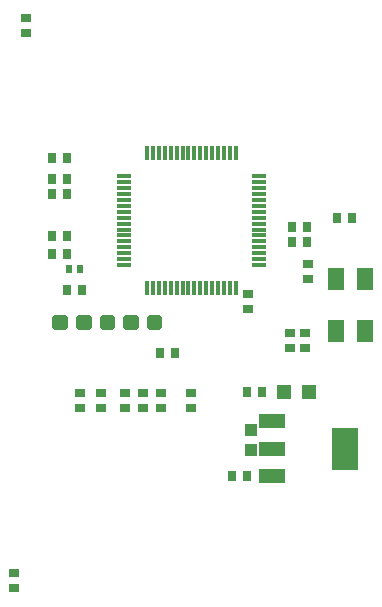
<source format=gtp>
G75*
G70*
%OFA0B0*%
%FSLAX24Y24*%
%IPPOS*%
%LPD*%
%AMOC8*
5,1,8,0,0,1.08239X$1,22.5*
%
%ADD10R,0.0118X0.0472*%
%ADD11R,0.0472X0.0118*%
%ADD12R,0.0880X0.0480*%
%ADD13R,0.0866X0.1417*%
%ADD14R,0.0394X0.0433*%
%ADD15R,0.0276X0.0354*%
%ADD16R,0.0472X0.0472*%
%ADD17R,0.0354X0.0276*%
%ADD18R,0.0236X0.0276*%
%ADD19R,0.0551X0.0748*%
%ADD20C,0.0250*%
D10*
X005578Y014145D03*
X005775Y014145D03*
X005972Y014145D03*
X006169Y014145D03*
X006365Y014145D03*
X006562Y014145D03*
X006759Y014145D03*
X006956Y014145D03*
X007153Y014145D03*
X007350Y014145D03*
X007546Y014145D03*
X007743Y014145D03*
X007940Y014145D03*
X008137Y014145D03*
X008334Y014145D03*
X008531Y014145D03*
X008531Y018633D03*
X008334Y018633D03*
X008137Y018633D03*
X007940Y018633D03*
X007743Y018633D03*
X007546Y018633D03*
X007350Y018633D03*
X007153Y018633D03*
X006956Y018633D03*
X006759Y018633D03*
X006562Y018633D03*
X006365Y018633D03*
X006169Y018633D03*
X005972Y018633D03*
X005775Y018633D03*
X005578Y018633D03*
D11*
X004810Y017865D03*
X004810Y017668D03*
X004810Y017471D03*
X004810Y017274D03*
X004810Y017078D03*
X004810Y016881D03*
X004810Y016684D03*
X004810Y016487D03*
X004810Y016290D03*
X004810Y016093D03*
X004810Y015897D03*
X004810Y015700D03*
X004810Y015503D03*
X004810Y015306D03*
X004810Y015109D03*
X004810Y014912D03*
X009298Y014912D03*
X009298Y015109D03*
X009298Y015306D03*
X009298Y015503D03*
X009298Y015700D03*
X009298Y015897D03*
X009298Y016093D03*
X009298Y016290D03*
X009298Y016487D03*
X009298Y016684D03*
X009298Y016881D03*
X009298Y017078D03*
X009298Y017274D03*
X009298Y017471D03*
X009298Y017668D03*
X009298Y017865D03*
D12*
X009734Y009699D03*
X009734Y008789D03*
X009734Y007879D03*
D13*
X012174Y008789D03*
D14*
X009054Y008754D03*
X009054Y009423D03*
D15*
X008898Y010689D03*
X009410Y010689D03*
X008910Y007889D03*
X008398Y007889D03*
X006510Y011989D03*
X005998Y011989D03*
X003410Y014089D03*
X002898Y014089D03*
X002910Y015289D03*
X002910Y015889D03*
X002398Y015889D03*
X002398Y015289D03*
X002398Y017289D03*
X002398Y017789D03*
X002398Y018489D03*
X002910Y018489D03*
X002910Y017789D03*
X002910Y017289D03*
X010398Y016189D03*
X010398Y015689D03*
X010910Y015689D03*
X010910Y016189D03*
X011898Y016489D03*
X012410Y016489D03*
D16*
X010968Y010689D03*
X010141Y010689D03*
D17*
X001154Y004133D03*
X001154Y004645D03*
X003354Y010133D03*
X003354Y010645D03*
X004054Y010645D03*
X004054Y010133D03*
X004854Y010133D03*
X004854Y010645D03*
X005454Y010645D03*
X005454Y010133D03*
X006054Y010133D03*
X006054Y010645D03*
X007054Y010645D03*
X007054Y010133D03*
X008954Y013433D03*
X008954Y013945D03*
X010354Y012645D03*
X010354Y012133D03*
X010854Y012133D03*
X010854Y012645D03*
X010954Y014433D03*
X010954Y014945D03*
X001554Y022633D03*
X001554Y023145D03*
D18*
X002967Y014789D03*
X003342Y014789D03*
D19*
X011882Y014455D03*
X011882Y012723D03*
X012827Y012723D03*
X012827Y014455D03*
D20*
X005954Y013114D02*
X005954Y012864D01*
X005704Y012864D01*
X005704Y013114D01*
X005954Y013114D01*
X005954Y013113D02*
X005704Y013113D01*
X005167Y013114D02*
X005167Y012864D01*
X004917Y012864D01*
X004917Y013114D01*
X005167Y013114D01*
X005167Y013113D02*
X004917Y013113D01*
X004379Y013114D02*
X004379Y012864D01*
X004129Y012864D01*
X004129Y013114D01*
X004379Y013114D01*
X004379Y013113D02*
X004129Y013113D01*
X003592Y013114D02*
X003592Y012864D01*
X003342Y012864D01*
X003342Y013114D01*
X003592Y013114D01*
X003592Y013113D02*
X003342Y013113D01*
X002805Y013114D02*
X002805Y012864D01*
X002555Y012864D01*
X002555Y013114D01*
X002805Y013114D01*
X002805Y013113D02*
X002555Y013113D01*
M02*

</source>
